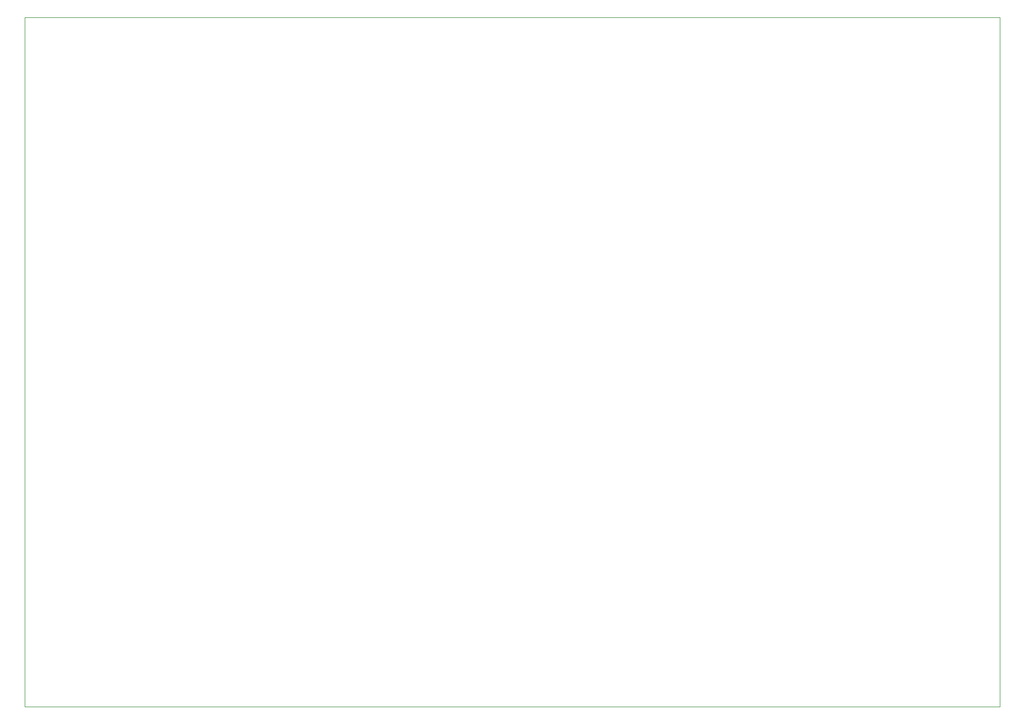
<source format=gbr>
%TF.GenerationSoftware,KiCad,Pcbnew,(5.1.10)-1*%
%TF.CreationDate,2022-01-13T07:12:19+07:00*%
%TF.ProjectId,Atuph,41747570-682e-46b6-9963-61645f706362,rev?*%
%TF.SameCoordinates,Original*%
%TF.FileFunction,Profile,NP*%
%FSLAX46Y46*%
G04 Gerber Fmt 4.6, Leading zero omitted, Abs format (unit mm)*
G04 Created by KiCad (PCBNEW (5.1.10)-1) date 2022-01-13 07:12:19*
%MOMM*%
%LPD*%
G01*
G04 APERTURE LIST*
%TA.AperFunction,Profile*%
%ADD10C,0.050000*%
%TD*%
G04 APERTURE END LIST*
D10*
X73000000Y-140000000D02*
X73000000Y-29000000D01*
X230000000Y-140000000D02*
X73000000Y-140000000D01*
X230000000Y-29000000D02*
X230000000Y-140000000D01*
X73000000Y-29000000D02*
X230000000Y-29000000D01*
M02*

</source>
